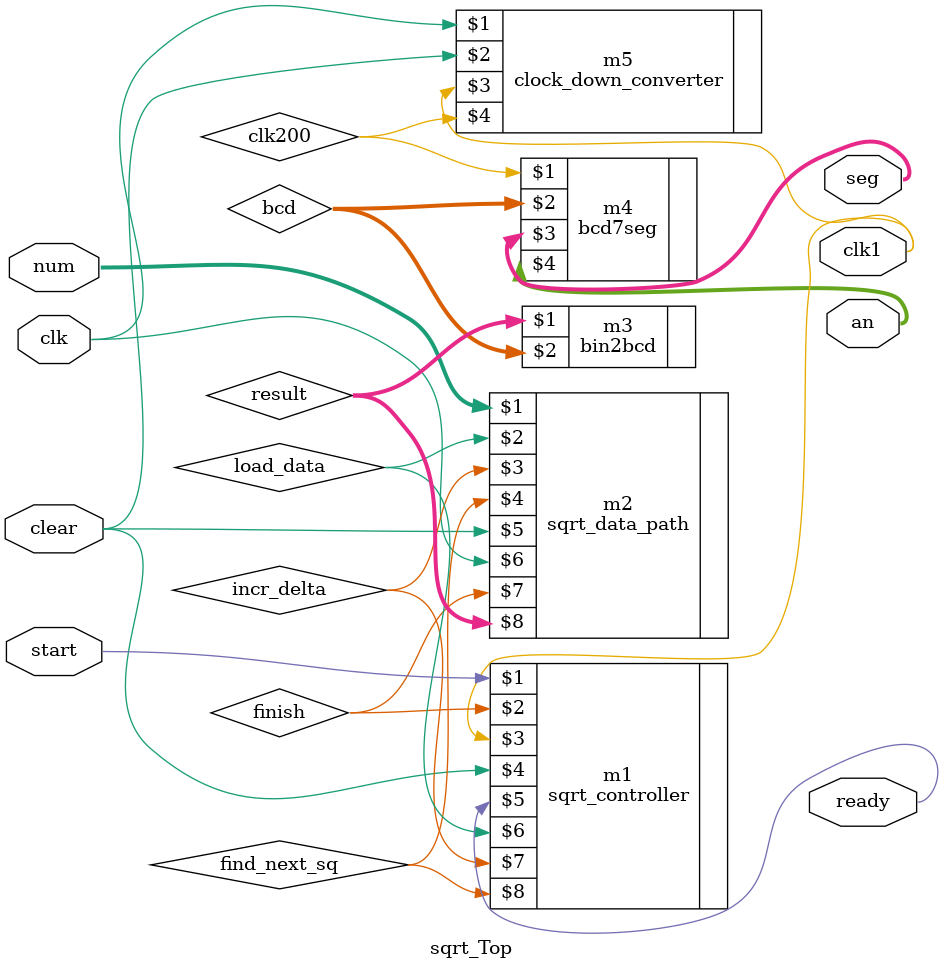
<source format=v>
`timescale 1ns / 1ps
module sqrt_Top(start, clk, clear, num, ready, seg, an, clk1);
 input start, clk, clear;
 input [6:0] num;  
 output ready, clk1;
 //output [7:0] bcd;
 output [6:0] seg;
 output [3:0] an;
 
 wire finish, load_data,incr_delta, find_next_sq, clk1, clk200;
 wire [3:0] result;
 wire [7:0] bcd;
  
 sqrt_controller m1(start, finish, clk1, clear, ready, load_data, incr_delta, find_next_sq);
 sqrt_data_path m2(num, load_data, incr_delta, find_next_sq, clear, clk, finish, result);
 bin2bcd m3 (result, bcd);
 bcd7seg m4 (clk200, bcd, seg, an);
 clock_down_converter m5(clk, clear, clk1, clk200);
    
endmodule
</source>
